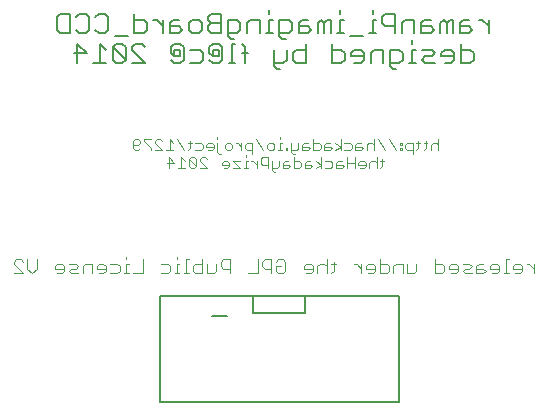
<source format=gbo>
G75*
G70*
%OFA0B0*%
%FSLAX24Y24*%
%IPPOS*%
%LPD*%
%AMOC8*
5,1,8,0,0,1.08239X$1,22.5*
%
%ADD10C,0.0060*%
%ADD11C,0.0040*%
%ADD12C,0.0030*%
%ADD13C,0.0080*%
D10*
X013412Y012023D02*
X013519Y011916D01*
X013626Y011916D01*
X013733Y012130D02*
X013412Y012130D01*
X013412Y012023D02*
X013412Y012557D01*
X013839Y012557D02*
X013839Y012237D01*
X013733Y012130D01*
X014057Y012237D02*
X014057Y012450D01*
X014164Y012557D01*
X014484Y012557D01*
X014484Y012771D02*
X014484Y012130D01*
X014164Y012130D01*
X014057Y012237D01*
X013804Y012916D02*
X013697Y012916D01*
X013590Y013023D01*
X013590Y013557D01*
X013910Y013557D01*
X014017Y013450D01*
X014017Y013237D01*
X013910Y013130D01*
X013590Y013130D01*
X013373Y013130D02*
X013159Y013130D01*
X013266Y013130D02*
X013266Y013557D01*
X013373Y013557D01*
X013266Y013771D02*
X013266Y013877D01*
X012943Y013557D02*
X012623Y013557D01*
X012516Y013450D01*
X012516Y013130D01*
X012298Y013237D02*
X012192Y013130D01*
X011871Y013130D01*
X011871Y013023D02*
X011871Y013557D01*
X012192Y013557D01*
X012298Y013450D01*
X012298Y013237D01*
X012085Y012916D02*
X011978Y012916D01*
X011871Y013023D01*
X011654Y013130D02*
X011333Y013130D01*
X011227Y013237D01*
X011227Y013344D01*
X011333Y013450D01*
X011654Y013450D01*
X011333Y013450D02*
X011227Y013557D01*
X011227Y013664D01*
X011333Y013771D01*
X011654Y013771D01*
X011654Y013130D01*
X011009Y013237D02*
X011009Y013450D01*
X010902Y013557D01*
X010689Y013557D01*
X010582Y013450D01*
X010582Y013237D01*
X010689Y013130D01*
X010902Y013130D01*
X011009Y013237D01*
X011371Y012771D02*
X011264Y012664D01*
X011264Y012450D01*
X011371Y012344D01*
X011371Y012557D01*
X011584Y012557D01*
X011584Y012344D01*
X011371Y012344D01*
X011264Y012237D02*
X011371Y012130D01*
X011584Y012130D01*
X011691Y012237D01*
X011691Y012664D01*
X011584Y012771D01*
X011371Y012771D01*
X011046Y012450D02*
X011046Y012237D01*
X010940Y012130D01*
X010619Y012130D01*
X010402Y012237D02*
X010402Y012664D01*
X010295Y012771D01*
X010081Y012771D01*
X009975Y012664D01*
X009975Y012450D01*
X010081Y012344D01*
X010081Y012557D01*
X010295Y012557D01*
X010295Y012344D01*
X010081Y012344D01*
X009975Y012237D02*
X010081Y012130D01*
X010295Y012130D01*
X010402Y012237D01*
X010619Y012557D02*
X010940Y012557D01*
X011046Y012450D01*
X011907Y012130D02*
X012121Y012130D01*
X012014Y012130D02*
X012014Y012771D01*
X012121Y012771D01*
X012337Y012771D02*
X012443Y012664D01*
X012443Y012130D01*
X012550Y012450D02*
X012337Y012450D01*
X012943Y013130D02*
X012943Y013557D01*
X014235Y013450D02*
X014235Y013130D01*
X014555Y013130D01*
X014662Y013237D01*
X014555Y013344D01*
X014235Y013344D01*
X014235Y013450D02*
X014341Y013557D01*
X014555Y013557D01*
X014879Y013450D02*
X014879Y013130D01*
X015093Y013130D02*
X015093Y013450D01*
X014986Y013557D01*
X014879Y013450D01*
X015093Y013450D02*
X015199Y013557D01*
X015306Y013557D01*
X015306Y013130D01*
X015522Y013130D02*
X015736Y013130D01*
X015629Y013130D02*
X015629Y013557D01*
X015736Y013557D01*
X015629Y013771D02*
X015629Y013877D01*
X016703Y013877D02*
X016703Y013771D01*
X017028Y013664D02*
X017028Y013450D01*
X017134Y013344D01*
X017455Y013344D01*
X017455Y013130D02*
X017455Y013771D01*
X017134Y013771D01*
X017028Y013664D01*
X016810Y013557D02*
X016703Y013557D01*
X016703Y013130D01*
X016597Y013130D02*
X016810Y013130D01*
X016380Y013023D02*
X015953Y013023D01*
X015346Y012771D02*
X015346Y012130D01*
X015666Y012130D01*
X015773Y012237D01*
X015773Y012450D01*
X015666Y012557D01*
X015346Y012557D01*
X015991Y012450D02*
X015991Y012344D01*
X016418Y012344D01*
X016418Y012450D02*
X016418Y012237D01*
X016311Y012130D01*
X016097Y012130D01*
X015991Y012450D02*
X016097Y012557D01*
X016311Y012557D01*
X016418Y012450D01*
X016635Y012450D02*
X016742Y012557D01*
X017062Y012557D01*
X017062Y012130D01*
X017280Y012130D02*
X017600Y012130D01*
X017707Y012237D01*
X017707Y012450D01*
X017600Y012557D01*
X017280Y012557D01*
X017280Y012023D01*
X017386Y011916D01*
X017493Y011916D01*
X017923Y012130D02*
X018136Y012130D01*
X018030Y012130D02*
X018030Y012557D01*
X018136Y012557D01*
X018354Y012557D02*
X018674Y012557D01*
X018781Y012450D01*
X018674Y012344D01*
X018461Y012344D01*
X018354Y012237D01*
X018461Y012130D01*
X018781Y012130D01*
X018998Y012344D02*
X019425Y012344D01*
X019425Y012450D02*
X019425Y012237D01*
X019319Y012130D01*
X019105Y012130D01*
X018998Y012344D02*
X018998Y012450D01*
X019105Y012557D01*
X019319Y012557D01*
X019425Y012450D01*
X019643Y012557D02*
X019963Y012557D01*
X020070Y012450D01*
X020070Y012237D01*
X019963Y012130D01*
X019643Y012130D01*
X019643Y012771D01*
X019606Y013130D02*
X019926Y013130D01*
X020033Y013237D01*
X019926Y013344D01*
X019606Y013344D01*
X019606Y013450D02*
X019606Y013130D01*
X019388Y013130D02*
X019388Y013557D01*
X019282Y013557D01*
X019175Y013450D01*
X019068Y013557D01*
X018961Y013450D01*
X018961Y013130D01*
X019175Y013130D02*
X019175Y013450D01*
X019606Y013450D02*
X019713Y013557D01*
X019926Y013557D01*
X020250Y013557D02*
X020356Y013557D01*
X020570Y013344D01*
X020570Y013557D02*
X020570Y013130D01*
X018744Y013237D02*
X018637Y013344D01*
X018317Y013344D01*
X018317Y013450D02*
X018317Y013130D01*
X018637Y013130D01*
X018744Y013237D01*
X018637Y013557D02*
X018424Y013557D01*
X018317Y013450D01*
X018099Y013557D02*
X017779Y013557D01*
X017672Y013450D01*
X017672Y013130D01*
X018099Y013130D02*
X018099Y013557D01*
X018030Y012877D02*
X018030Y012771D01*
X016635Y012450D02*
X016635Y012130D01*
X010365Y013237D02*
X010258Y013344D01*
X009938Y013344D01*
X009938Y013450D02*
X009938Y013130D01*
X010258Y013130D01*
X010365Y013237D01*
X010258Y013557D02*
X010044Y013557D01*
X009938Y013450D01*
X009720Y013344D02*
X009507Y013557D01*
X009400Y013557D01*
X009183Y013450D02*
X009076Y013557D01*
X008756Y013557D01*
X008756Y013771D02*
X008756Y013130D01*
X009076Y013130D01*
X009183Y013237D01*
X009183Y013450D01*
X009720Y013557D02*
X009720Y013130D01*
X009113Y012664D02*
X009006Y012771D01*
X008792Y012771D01*
X008686Y012664D01*
X008686Y012557D01*
X009113Y012130D01*
X008686Y012130D01*
X008468Y012237D02*
X008041Y012664D01*
X008041Y012237D01*
X008148Y012130D01*
X008361Y012130D01*
X008468Y012237D01*
X008468Y012664D01*
X008361Y012771D01*
X008148Y012771D01*
X008041Y012664D01*
X007824Y012557D02*
X007610Y012771D01*
X007610Y012130D01*
X007397Y012130D02*
X007824Y012130D01*
X007179Y012450D02*
X006752Y012450D01*
X006859Y012771D02*
X007179Y012450D01*
X006859Y012130D02*
X006859Y012771D01*
X006929Y013130D02*
X006822Y013237D01*
X006929Y013130D02*
X007143Y013130D01*
X007249Y013237D01*
X007249Y013664D01*
X007143Y013771D01*
X006929Y013771D01*
X006822Y013664D01*
X006605Y013771D02*
X006284Y013771D01*
X006178Y013664D01*
X006178Y013237D01*
X006284Y013130D01*
X006605Y013130D01*
X006605Y013771D01*
X007467Y013664D02*
X007574Y013771D01*
X007787Y013771D01*
X007894Y013664D01*
X007894Y013237D01*
X007787Y013130D01*
X007574Y013130D01*
X007467Y013237D01*
X008111Y013023D02*
X008538Y013023D01*
D11*
X005045Y005120D02*
X004739Y005120D01*
X005045Y005120D02*
X004739Y005427D01*
X004739Y005504D01*
X004815Y005580D01*
X004969Y005580D01*
X005045Y005504D01*
X005199Y005580D02*
X005199Y005273D01*
X005352Y005120D01*
X005506Y005273D01*
X005506Y005580D01*
X006120Y005350D02*
X006120Y005273D01*
X006427Y005273D01*
X006427Y005197D02*
X006427Y005350D01*
X006350Y005427D01*
X006196Y005427D01*
X006120Y005350D01*
X006196Y005120D02*
X006350Y005120D01*
X006427Y005197D01*
X006580Y005197D02*
X006657Y005273D01*
X006810Y005273D01*
X006887Y005350D01*
X006810Y005427D01*
X006580Y005427D01*
X006580Y005197D02*
X006657Y005120D01*
X006887Y005120D01*
X007041Y005120D02*
X007041Y005350D01*
X007117Y005427D01*
X007347Y005427D01*
X007347Y005120D01*
X007501Y005273D02*
X007808Y005273D01*
X007808Y005197D02*
X007808Y005350D01*
X007731Y005427D01*
X007578Y005427D01*
X007501Y005350D01*
X007501Y005273D01*
X007578Y005120D02*
X007731Y005120D01*
X007808Y005197D01*
X007961Y005120D02*
X008191Y005120D01*
X008268Y005197D01*
X008268Y005350D01*
X008191Y005427D01*
X007961Y005427D01*
X008498Y005427D02*
X008498Y005120D01*
X008422Y005120D02*
X008575Y005120D01*
X008729Y005120D02*
X009036Y005120D01*
X009036Y005580D01*
X008575Y005427D02*
X008498Y005427D01*
X008498Y005580D02*
X008498Y005657D01*
X009649Y005427D02*
X009880Y005427D01*
X009956Y005350D01*
X009956Y005197D01*
X009880Y005120D01*
X009649Y005120D01*
X010110Y005120D02*
X010263Y005120D01*
X010187Y005120D02*
X010187Y005427D01*
X010263Y005427D01*
X010187Y005580D02*
X010187Y005657D01*
X010493Y005580D02*
X010493Y005120D01*
X010417Y005120D02*
X010570Y005120D01*
X010724Y005197D02*
X010724Y005350D01*
X010800Y005427D01*
X011031Y005427D01*
X011184Y005427D02*
X011184Y005120D01*
X011414Y005120D01*
X011491Y005197D01*
X011491Y005427D01*
X011644Y005504D02*
X011644Y005350D01*
X011721Y005273D01*
X011951Y005273D01*
X011951Y005120D02*
X011951Y005580D01*
X011721Y005580D01*
X011644Y005504D01*
X011031Y005580D02*
X011031Y005120D01*
X010800Y005120D01*
X010724Y005197D01*
X010570Y005580D02*
X010493Y005580D01*
X012565Y005120D02*
X012872Y005120D01*
X012872Y005580D01*
X013026Y005504D02*
X013026Y005350D01*
X013102Y005273D01*
X013333Y005273D01*
X013333Y005120D02*
X013333Y005580D01*
X013102Y005580D01*
X013026Y005504D01*
X013486Y005504D02*
X013563Y005580D01*
X013716Y005580D01*
X013793Y005504D01*
X013793Y005197D01*
X013716Y005120D01*
X013563Y005120D01*
X013486Y005197D01*
X013486Y005350D01*
X013639Y005350D01*
X014407Y005350D02*
X014407Y005273D01*
X014714Y005273D01*
X014714Y005197D02*
X014714Y005350D01*
X014637Y005427D01*
X014484Y005427D01*
X014407Y005350D01*
X014484Y005120D02*
X014637Y005120D01*
X014714Y005197D01*
X014867Y005120D02*
X014867Y005350D01*
X014944Y005427D01*
X015097Y005427D01*
X015174Y005350D01*
X015328Y005427D02*
X015481Y005427D01*
X015404Y005504D02*
X015404Y005197D01*
X015328Y005120D01*
X015174Y005120D02*
X015174Y005580D01*
X016095Y005427D02*
X016172Y005427D01*
X016325Y005273D01*
X016325Y005120D02*
X016325Y005427D01*
X016479Y005350D02*
X016479Y005273D01*
X016785Y005273D01*
X016785Y005197D02*
X016785Y005350D01*
X016709Y005427D01*
X016555Y005427D01*
X016479Y005350D01*
X016709Y005120D02*
X016785Y005197D01*
X016709Y005120D02*
X016555Y005120D01*
X016939Y005120D02*
X017169Y005120D01*
X017246Y005197D01*
X017246Y005350D01*
X017169Y005427D01*
X016939Y005427D01*
X016939Y005580D02*
X016939Y005120D01*
X017399Y005120D02*
X017399Y005350D01*
X017476Y005427D01*
X017706Y005427D01*
X017706Y005120D01*
X017860Y005120D02*
X017860Y005427D01*
X018167Y005427D02*
X018167Y005197D01*
X018090Y005120D01*
X017860Y005120D01*
X018781Y005120D02*
X018781Y005580D01*
X018781Y005427D02*
X019011Y005427D01*
X019087Y005350D01*
X019087Y005197D01*
X019011Y005120D01*
X018781Y005120D01*
X019241Y005273D02*
X019241Y005350D01*
X019318Y005427D01*
X019471Y005427D01*
X019548Y005350D01*
X019548Y005197D01*
X019471Y005120D01*
X019318Y005120D01*
X019241Y005273D02*
X019548Y005273D01*
X019701Y005197D02*
X019778Y005273D01*
X019932Y005273D01*
X020008Y005350D01*
X019932Y005427D01*
X019701Y005427D01*
X019701Y005197D02*
X019778Y005120D01*
X020008Y005120D01*
X020162Y005120D02*
X020392Y005120D01*
X020469Y005197D01*
X020392Y005273D01*
X020162Y005273D01*
X020162Y005350D02*
X020162Y005120D01*
X020162Y005350D02*
X020238Y005427D01*
X020392Y005427D01*
X020622Y005350D02*
X020622Y005273D01*
X020929Y005273D01*
X020929Y005197D02*
X020929Y005350D01*
X020852Y005427D01*
X020699Y005427D01*
X020622Y005350D01*
X020852Y005120D02*
X020929Y005197D01*
X020852Y005120D02*
X020699Y005120D01*
X021082Y005120D02*
X021236Y005120D01*
X021159Y005120D02*
X021159Y005580D01*
X021236Y005580D01*
X021466Y005427D02*
X021389Y005350D01*
X021389Y005273D01*
X021696Y005273D01*
X021696Y005197D02*
X021696Y005350D01*
X021620Y005427D01*
X021466Y005427D01*
X021850Y005427D02*
X021927Y005427D01*
X022080Y005273D01*
X022080Y005120D02*
X022080Y005427D01*
X021696Y005197D02*
X021620Y005120D01*
X021466Y005120D01*
D12*
X017023Y008677D02*
X016962Y008615D01*
X017023Y008677D02*
X017023Y008924D01*
X016962Y008862D02*
X017085Y008862D01*
X016839Y008800D02*
X016778Y008862D01*
X016654Y008862D01*
X016593Y008800D01*
X016593Y008615D01*
X016471Y008677D02*
X016471Y008800D01*
X016409Y008862D01*
X016286Y008862D01*
X016224Y008800D01*
X016224Y008738D01*
X016471Y008738D01*
X016471Y008677D02*
X016409Y008615D01*
X016286Y008615D01*
X016103Y008615D02*
X016103Y008985D01*
X016103Y008800D02*
X015856Y008800D01*
X015735Y008677D02*
X015673Y008738D01*
X015488Y008738D01*
X015488Y008800D02*
X015488Y008615D01*
X015673Y008615D01*
X015735Y008677D01*
X015856Y008615D02*
X015856Y008985D01*
X015673Y008862D02*
X015549Y008862D01*
X015488Y008800D01*
X015366Y008800D02*
X015366Y008677D01*
X015304Y008615D01*
X015119Y008615D01*
X014998Y008615D02*
X014998Y008985D01*
X015119Y008862D02*
X015304Y008862D01*
X015366Y008800D01*
X014998Y008738D02*
X014813Y008862D01*
X014629Y008862D02*
X014506Y008862D01*
X014444Y008800D01*
X014444Y008615D01*
X014629Y008615D01*
X014691Y008677D01*
X014629Y008738D01*
X014444Y008738D01*
X014323Y008677D02*
X014323Y008800D01*
X014261Y008862D01*
X014076Y008862D01*
X014076Y008985D02*
X014076Y008615D01*
X014261Y008615D01*
X014323Y008677D01*
X013954Y008677D02*
X013893Y008738D01*
X013707Y008738D01*
X013707Y008800D02*
X013707Y008615D01*
X013893Y008615D01*
X013954Y008677D01*
X013893Y008862D02*
X013769Y008862D01*
X013707Y008800D01*
X013586Y008862D02*
X013586Y008677D01*
X013524Y008615D01*
X013339Y008615D01*
X013339Y008553D02*
X013401Y008492D01*
X013463Y008492D01*
X013339Y008553D02*
X013339Y008862D01*
X013218Y008985D02*
X013033Y008985D01*
X012971Y008924D01*
X012971Y008800D01*
X013033Y008738D01*
X013218Y008738D01*
X013218Y008615D02*
X013218Y008985D01*
X012849Y008862D02*
X012849Y008615D01*
X012849Y008738D02*
X012726Y008862D01*
X012664Y008862D01*
X012542Y008862D02*
X012481Y008862D01*
X012481Y008615D01*
X012542Y008615D02*
X012419Y008615D01*
X012297Y008615D02*
X012050Y008615D01*
X011929Y008677D02*
X011929Y008800D01*
X011867Y008862D01*
X011743Y008862D01*
X011682Y008800D01*
X011682Y008738D01*
X011929Y008738D01*
X011929Y008677D02*
X011867Y008615D01*
X011743Y008615D01*
X012050Y008862D02*
X012297Y008615D01*
X012297Y008862D02*
X012050Y008862D01*
X012481Y008985D02*
X012481Y009047D01*
X012513Y009215D02*
X012698Y009215D01*
X012698Y009092D02*
X012698Y009462D01*
X012513Y009462D01*
X012451Y009400D01*
X012451Y009277D01*
X012513Y009215D01*
X012330Y009215D02*
X012330Y009462D01*
X012330Y009338D02*
X012206Y009462D01*
X012144Y009462D01*
X012023Y009400D02*
X012023Y009277D01*
X011961Y009215D01*
X011837Y009215D01*
X011776Y009277D01*
X011776Y009400D01*
X011837Y009462D01*
X011961Y009462D01*
X012023Y009400D01*
X011654Y009092D02*
X011593Y009092D01*
X011531Y009153D01*
X011531Y009462D01*
X011531Y009585D02*
X011531Y009647D01*
X011347Y009462D02*
X011224Y009462D01*
X011162Y009400D01*
X011162Y009338D01*
X011409Y009338D01*
X011409Y009277D02*
X011409Y009400D01*
X011347Y009462D01*
X011409Y009277D02*
X011347Y009215D01*
X011224Y009215D01*
X011040Y009277D02*
X011040Y009400D01*
X010979Y009462D01*
X010794Y009462D01*
X010672Y009462D02*
X010549Y009462D01*
X010610Y009524D02*
X010610Y009277D01*
X010549Y009215D01*
X010427Y009215D02*
X010180Y009585D01*
X010058Y009462D02*
X009935Y009585D01*
X009935Y009215D01*
X010058Y009215D02*
X009811Y009215D01*
X009690Y009215D02*
X009443Y009462D01*
X009443Y009524D01*
X009505Y009585D01*
X009628Y009585D01*
X009690Y009524D01*
X009690Y009215D02*
X009443Y009215D01*
X009322Y009215D02*
X009322Y009277D01*
X009075Y009524D01*
X009075Y009585D01*
X009322Y009585D01*
X008953Y009524D02*
X008953Y009462D01*
X008892Y009400D01*
X008706Y009400D01*
X008706Y009277D02*
X008706Y009524D01*
X008768Y009585D01*
X008892Y009585D01*
X008953Y009524D01*
X008953Y009277D02*
X008892Y009215D01*
X008768Y009215D01*
X008706Y009277D01*
X009840Y008800D02*
X010087Y008800D01*
X009902Y008985D01*
X009902Y008615D01*
X010208Y008615D02*
X010455Y008615D01*
X010332Y008615D02*
X010332Y008985D01*
X010455Y008862D01*
X010577Y008924D02*
X010577Y008677D01*
X010638Y008615D01*
X010762Y008615D01*
X010824Y008677D01*
X010577Y008924D01*
X010638Y008985D01*
X010762Y008985D01*
X010824Y008924D01*
X010824Y008677D01*
X010945Y008615D02*
X011192Y008615D01*
X010945Y008862D01*
X010945Y008924D01*
X011007Y008985D01*
X011130Y008985D01*
X011192Y008924D01*
X010979Y009215D02*
X010794Y009215D01*
X010979Y009215D02*
X011040Y009277D01*
X012819Y009585D02*
X013066Y009215D01*
X013188Y009277D02*
X013188Y009400D01*
X013249Y009462D01*
X013373Y009462D01*
X013434Y009400D01*
X013434Y009277D01*
X013373Y009215D01*
X013249Y009215D01*
X013188Y009277D01*
X013557Y009215D02*
X013680Y009215D01*
X013618Y009215D02*
X013618Y009462D01*
X013680Y009462D01*
X013618Y009585D02*
X013618Y009647D01*
X013986Y009462D02*
X013986Y009153D01*
X014047Y009092D01*
X014109Y009092D01*
X014171Y009215D02*
X013986Y009215D01*
X013864Y009215D02*
X013802Y009215D01*
X013802Y009277D01*
X013864Y009277D01*
X013864Y009215D01*
X014171Y009215D02*
X014232Y009277D01*
X014232Y009462D01*
X014354Y009400D02*
X014354Y009215D01*
X014539Y009215D01*
X014601Y009277D01*
X014539Y009338D01*
X014354Y009338D01*
X014354Y009400D02*
X014416Y009462D01*
X014539Y009462D01*
X014722Y009462D02*
X014907Y009462D01*
X014969Y009400D01*
X014969Y009277D01*
X014907Y009215D01*
X014722Y009215D01*
X014722Y009585D01*
X015091Y009400D02*
X015091Y009215D01*
X015276Y009215D01*
X015337Y009277D01*
X015276Y009338D01*
X015091Y009338D01*
X015091Y009400D02*
X015152Y009462D01*
X015276Y009462D01*
X015459Y009462D02*
X015644Y009338D01*
X015459Y009215D01*
X015644Y009215D02*
X015644Y009585D01*
X015766Y009462D02*
X015951Y009462D01*
X016013Y009400D01*
X016013Y009277D01*
X015951Y009215D01*
X015766Y009215D01*
X016134Y009215D02*
X016134Y009400D01*
X016196Y009462D01*
X016319Y009462D01*
X016319Y009338D02*
X016134Y009338D01*
X016134Y009215D02*
X016319Y009215D01*
X016381Y009277D01*
X016319Y009338D01*
X016502Y009400D02*
X016502Y009215D01*
X016502Y009400D02*
X016564Y009462D01*
X016688Y009462D01*
X016749Y009400D01*
X016749Y009585D02*
X016749Y009215D01*
X016839Y008985D02*
X016839Y008615D01*
X017118Y009215D02*
X016871Y009585D01*
X017239Y009585D02*
X017486Y009215D01*
X017608Y009215D02*
X017670Y009215D01*
X017670Y009277D01*
X017608Y009277D01*
X017608Y009215D01*
X017608Y009400D02*
X017670Y009400D01*
X017670Y009462D01*
X017608Y009462D01*
X017608Y009400D01*
X017792Y009400D02*
X017792Y009277D01*
X017853Y009215D01*
X018038Y009215D01*
X018161Y009215D02*
X018222Y009277D01*
X018222Y009524D01*
X018161Y009462D02*
X018284Y009462D01*
X018406Y009462D02*
X018529Y009462D01*
X018468Y009524D02*
X018468Y009277D01*
X018406Y009215D01*
X018651Y009215D02*
X018651Y009400D01*
X018713Y009462D01*
X018836Y009462D01*
X018898Y009400D01*
X018898Y009585D02*
X018898Y009215D01*
X018038Y009092D02*
X018038Y009462D01*
X017853Y009462D01*
X017792Y009400D01*
X014998Y008738D02*
X014813Y008615D01*
D13*
X014466Y004372D02*
X012734Y004372D01*
X012734Y003781D01*
X014466Y003781D01*
X014466Y004372D01*
X017576Y004372D01*
X017576Y000828D01*
X009624Y000828D01*
X009624Y000868D02*
X009624Y004372D01*
X012734Y004372D01*
X011850Y003693D02*
X011350Y003693D01*
M02*

</source>
